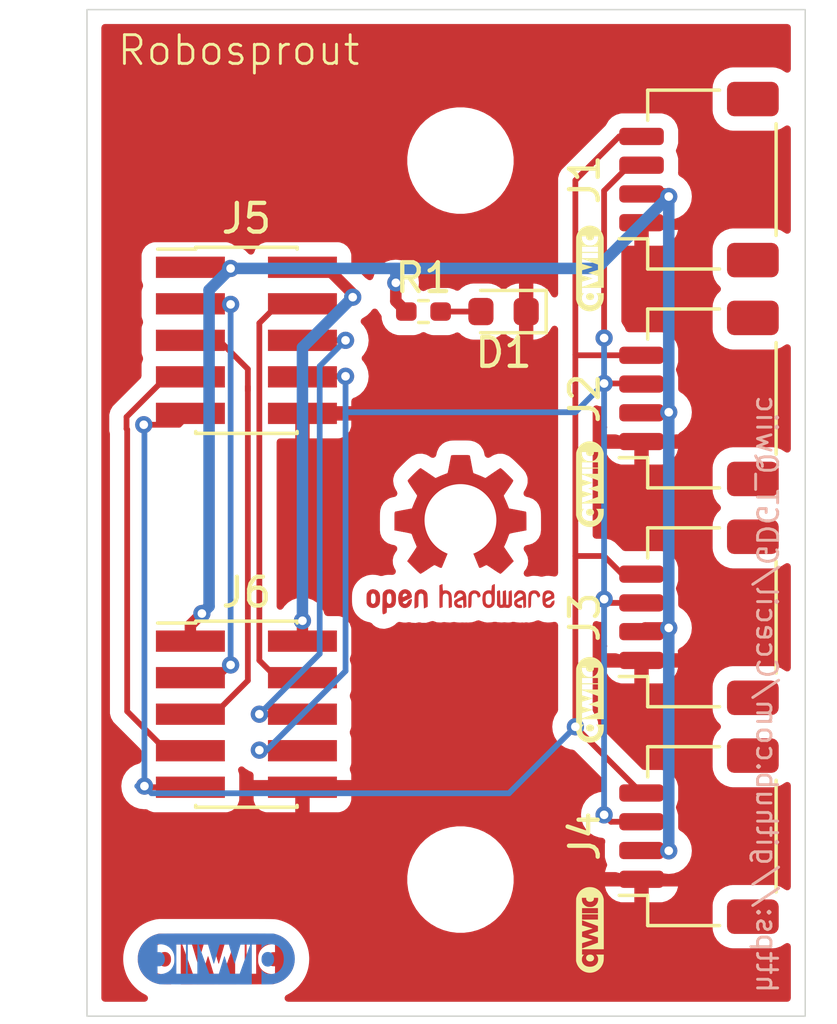
<source format=kicad_pcb>
(kicad_pcb (version 20240108) (generator "pcbnew") (generator_version "8.0")
  (layers (0 "F.Cu" signal) (31 "B.Cu" signal) (34 "B.Paste" user) (35 "F.Paste" user) (36 "B.SilkS" user "B.Silkscreen") (37 "F.SilkS" user "F.Silkscreen") (38 "B.Mask" user) (39 "F.Mask" user) (44 "Edge.Cuts" user))
  (net 0 "")
  (net 1 "Net-(D1-A)")
  (net 2 "GND")
  (net 3 "+3V3")
  (net 4 "SCL")
  (net 5 "SDA")
  (net 6 "P7")
  (net 7 "+5V")
  (net 8 "P4")
  (net 9 "P6")
  (net 10 "P5")
  (net 11 "P3")
  (footprint "Connector_JST:JST_SH_SM04B-SRSS-TB_1x04-1MP_P1.00mm_Horizontal" (layer "F.Cu") (at 118.3025 69.91 90)
    (property "Reference" "J1")
    (property "Value" "Conn_01x04_Pin")
  )
  (footprint "SparkFun-Qwiic:qwiic_3mm" (layer "F.Cu") (at 114.5 73 90)
    (property "Reference" "G***" (hide yes))
    (property "Value" "LOGO" (hide yes))
  )
  (footprint "Resistor_SMD:R_0402_1005Metric_Pad0.72x0.64mm_HandSolder" (layer "F.Cu") (at 108.7125 74.5)
    (property "Reference" "R1")
    (property "Value" "1k")
  )
  (footprint "MountingHole:MountingHole_3.2mm_M3" (layer "F.Cu") (at 110 69.25)
    (property "Reference" "H1" (hide yes))
    (property "Value" "MountingHole")
  )
  (footprint "Connector_JST:JST_SH_SM04B-SRSS-TB_1x04-1MP_P1.00mm_Horizontal" (layer "F.Cu") (at 118.3025 77.52 90)
    (property "Reference" "J2")
    (property "Value" "Conn_01x04_Pin")
  )
  (footprint "SparkFun-Qwiic:qwiic_5.5mm_Copper" (layer "F.Cu") (at 101.5 97)
    (property "Reference" "G***" (hide yes))
    (property "Value" "LOGO" (hide yes))
  )
  (footprint "MountingHole:MountingHole_3.2mm_M3" (layer "F.Cu") (at 110 94.25)
    (property "Reference" "H2" (hide yes))
    (property "Value" "MountingHole")
  )
  (footprint "MountingHole:MountingHole_2.5mm" (layer "F.Cu") (at 110 81.75)
    (property "Reference" "H3" (hide yes))
    (property "Value" "MountingHole")
  )
  (footprint "Connector_JST:JST_SH_SM04B-SRSS-TB_1x04-1MP_P1.00mm_Horizontal" (layer "F.Cu") (at 118.3025 92.74 90)
    (property "Reference" "J4")
    (property "Value" "Conn_01x04_Pin")
  )
  (footprint "SparkFun-Qwiic:qwiic_3mm" (layer "F.Cu") (at 114.5 88 90)
    (property "Reference" "G***" (hide yes))
    (property "Value" "LOGO" (hide yes))
  )
  (footprint "Connector_PinHeader_1.27mm:PinHeader_2x05_P1.27mm_Vertical_SMD" (layer "F.Cu") (at 102.55 75.5)
    (property "Reference" "J5")
    (property "Value" "Conn_02x05_Odd_Even")
  )
  (footprint "LED_SMD:LED_0603_1608Metric" (layer "F.Cu") (at 111.5 74.5 180)
    (property "Reference" "D1")
    (property "Value" "LED_Small_Filled")
  )
  (footprint "SparkFun-Qwiic:qwiic_3mm" (layer "F.Cu") (at 114.5 96 90)
    (property "Reference" "G***" (hide yes))
    (property "Value" "LOGO" (hide yes))
  )
  (footprint "Symbol:OSHW-Logo2_7.3x6mm_Copper" (layer "F.Cu") (at 110 82.25)
    (property "Reference" "REF**" (hide yes))
    (property "Value" "OSHW-Logo2_7.3x6mm_Copper" (hide yes))
  )
  (footprint "SparkFun-Qwiic:qwiic_3mm" (layer "F.Cu") (at 114.5 80.5 90)
    (property "Reference" "G***" (hide yes))
    (property "Value" "LOGO" (hide yes))
  )
  (footprint "Connector_JST:JST_SH_SM04B-SRSS-TB_1x04-1MP_P1.00mm_Horizontal" (layer "F.Cu") (at 118.3025 85.13 90)
    (property "Reference" "J3")
    (property "Value" "Conn_01x04_Pin")
  )
  (footprint "Connector_PinHeader_1.27mm:PinHeader_2x05_P1.27mm_Vertical_SMD" (layer "F.Cu") (at 102.55 88.5)
    (property "Reference" "J6")
    (property "Value" "Conn_02x05_Odd_Even")
  )
  (footprint "SparkFun-Qwiic:qwiic_5.5mm_Copper" (layer "B.Cu") (at 101.5 97 180)
    (property "Reference" "G***" (hide yes))
    (property "Value" "LOGO" (hide yes))
  )
  (gr_rect (start 97 64) (end 122 99) (stroke (width 0.05)) (fill none) (layer "Edge.Cuts"))
  (gr_text "https://github.com/Ccecil/GDGT_Qwiic" (at 120.25 98.25 -90) (layer "B.SilkS") (effects (font (size 0.7 0.7) (thickness 0.1)) (justify left bottom mirror)))
  (gr_text "Robosprout" (at 98 66 0) (layer "F.SilkS") (effects (font (size 1 1) (thickness 0.1)) (justify left bottom)))
  (segment (start 109.31 74.5) (end 110.7125 74.5) (width 0.2) (layer "F.Cu") (net 1))
  (segment (start 108.2125 74.5975) (end 108.115 74.5) (width 0.4) (layer "F.Cu") (net 3))
  (segment (start 117.25 85.5) (end 116.4325 85.5) (width 0.4) (layer "F.Cu") (net 3))
  (segment (start 117.25 93.25) (end 116.3125 93.25) (width 0.4) (layer "F.Cu") (net 3))
  (segment (start 101.96 72.96) (end 102 73) (width 0.2) (layer "F.Cu") (net 3))
  (segment (start 100.6 85.4) (end 100.6 85.96) (width 0.4) (layer "F.Cu") (net 3))
  (segment (start 107.75 74.135) (end 108.115 74.5) (width 0.4) (layer "F.Cu") (net 3))
  (segment (start 116.3225 78) (end 116.3025 78.02) (width 0.4) (layer "F.Cu") (net 3))
  (segment (start 116.3125 93.25) (end 116.3025 93.24) (width 0.4) (layer "F.Cu") (net 3))
  (segment (start 116.4325 85.5) (end 116.3025 85.63) (width 0.4) (layer "F.Cu") (net 3))
  (segment (start 101 85) (end 100.6 85.4) (width 0.4) (layer "F.Cu") (net 3))
  (segment (start 117.16 70.41) (end 117.25 70.5) (width 0.4) (layer "F.Cu") (net 3))
  (segment (start 117.25 78) (end 116.3225 78) (width 0.4) (layer "F.Cu") (net 3))
  (segment (start 107.75 73.5) (end 107.75 74.135) (width 0.4) (layer "F.Cu") (net 3))
  (segment (start 116.3025 70.41) (end 117.16 70.41) (width 0.4) (layer "F.Cu") (net 3))
  (segment (start 100.6 72.96) (end 101.96 72.96) (width 0.2) (layer "F.Cu") (net 3))
  (via (at 107.75 73.5) (size 0.6) (drill 0.3) (layers "F.Cu" "B.Cu") (net 3))
  (via (at 117.25 78) (size 0.6) (drill 0.3) (layers "F.Cu" "B.Cu") (net 3))
  (via (at 117.25 93.25) (size 0.6) (drill 0.3) (layers "F.Cu" "B.Cu") (net 3))
  (via (at 117.25 85.5) (size 0.6) (drill 0.3) (layers "F.Cu" "B.Cu") (net 3))
  (via (at 117.25 70.5) (size 0.6) (drill 0.3) (layers "F.Cu" "B.Cu") (net 3))
  (via (at 102 73) (size 0.6) (drill 0.3) (layers "F.Cu" "B.Cu") (net 3))
  (via (at 101 85) (size 0.6) (drill 0.3) (layers "F.Cu" "B.Cu") (net 3))
  (segment (start 102 73) (end 107.75 73) (width 0.4) (layer "B.Cu") (net 3))
  (segment (start 107.75 73) (end 114.75 73) (width 0.4) (layer "B.Cu") (net 3))
  (segment (start 117.25 70.5) (end 117.25 78) (width 0.4) (layer "B.Cu") (net 3))
  (segment (start 114.75 73) (end 117.25 70.5) (width 0.4) (layer "B.Cu") (net 3))
  (segment (start 101 85) (end 101.25 84.75) (width 0.4) (layer "B.Cu") (net 3))
  (segment (start 107.75 73) (end 107.75 73.5) (width 0.4) (layer "B.Cu") (net 3))
  (segment (start 101.25 73.75) (end 102 73) (width 0.4) (layer "B.Cu") (net 3))
  (segment (start 117.25 78) (end 117.25 85.5) (width 0.4) (layer "B.Cu") (net 3))
  (segment (start 117.25 85.5) (end 117.25 93.25) (width 0.4) (layer "B.Cu") (net 3))
  (segment (start 101.25 84.75) (end 101.25 73.75) (width 0.4) (layer "B.Cu") (net 3))
  (segment (start 114 76) (end 114.02 76.02) (width 0.2) (layer "F.Cu") (net 4))
  (segment (start 114 76) (end 114 83) (width 0.2) (layer "F.Cu") (net 4))
  (segment (start 100.204833 78.435167) (end 100.6 78.04) (width 0.2) (layer "F.Cu") (net 4))
  (segment (start 115.63 83.63) (end 116.3025 83.63) (width 0.2) (layer "F.Cu") (net 4))
  (segment (start 114.02 76.02) (end 116.3025 76.02) (width 0.2) (layer "F.Cu") (net 4))
  (segment (start 114 83) (end 114 88.9375) (width 0.2) (layer "F.Cu") (net 4))
  (segment (start 114 83) (end 115 83) (width 0.2) (layer "F.Cu") (net 4))
  (segment (start 100.6 91.04) (end 99.04 91.04) (width 0.2) (layer "F.Cu") (net 4))
  (segment (start 114 69.937501) (end 114 76) (width 0.2) (layer "F.Cu") (net 4))
  (segment (start 116.3025 68.41) (end 115.527501 68.41) (width 0.2) (layer "F.Cu") (net 4))
  (segment (start 115.527501 68.41) (end 114 69.937501) (width 0.2) (layer "F.Cu") (net 4))
  (segment (start 99.04 91.04) (end 99 91) (width 0.2) (layer "F.Cu") (net 4))
  (segment (start 115 83) (end 115.63 83.63) (width 0.2) (layer "F.Cu") (net 4))
  (segment (start 114 88.9375) (end 116.3025 91.24) (width 0.2) (layer "F.Cu") (net 4))
  (segment (start 98.976915 78.435167) (end 100.204833 78.435167) (width 0.2) (layer "F.Cu") (net 4))
  (via (at 98.976915 78.435167) (size 0.6) (drill 0.3) (layers "F.Cu" "B.Cu") (net 4))
  (via (at 114 88.9375) (size 0.6) (drill 0.3) (layers "F.Cu" "B.Cu") (net 4))
  (via (at 99 91) (size 0.6) (drill 0.3) (layers "F.Cu" "B.Cu") (net 4))
  (segment (start 99.25 91.25) (end 111.6875 91.25) (width 0.2) (layer "B.Cu") (net 4))
  (segment (start 98.75 91) (end 99 91) (width 0.2) (layer "B.Cu") (net 4))
  (segment (start 111.6875 91.25) (end 114 88.9375) (width 0.2) (layer "B.Cu") (net 4))
  (segment (start 99 91) (end 99.25 91.25) (width 0.2) (layer "B.Cu") (net 4))
  (segment (start 99 91) (end 99 78.458252) (width 0.2) (layer "B.Cu") (net 4))
  (segment (start 99 78.458252) (end 98.976915 78.435167) (width 0.2) (layer "B.Cu") (net 4))
  (segment (start 115 75.42) (end 115 70.296948) (width 0.2) (layer "F.Cu") (net 5))
  (segment (start 115 77) (end 116.2825 77) (width 0.2) (layer "F.Cu") (net 5))
  (segment (start 104.48 89.75) (end 104.5 89.77) (width 0.2) (layer "F.Cu") (net 5))
  (segment (start 116.2825 77) (end 116.3025 77.02) (width 0.2) (layer "F.Cu") (net 5))
  (segment (start 116.3025 84.63) (end 115.13 84.63) (width 0.2) (layer "F.Cu") (net 5))
  (segment (start 115.24 92.24) (end 115 92) (width 0.2) (layer "F.Cu") (net 5))
  (segment (start 103 89.75) (end 104.48 89.75) (width 0.2) (layer "F.Cu") (net 5))
  (segment (start 116.3025 92.24) (end 115.24 92.24) (width 0.2) (layer "F.Cu") (net 5))
  (segment (start 115.886948 69.41) (end 116.3025 69.41) (width 0.2) (layer "F.Cu") (net 5))
  (segment (start 104.52 76.75) (end 104.5 76.77) (width 0.2) (layer "F.Cu") (net 5))
  (segment (start 115.13 84.63) (end 115 84.5) (width 0.2) (layer "F.Cu") (net 5))
  (segment (start 115 70.296948) (end 115.886948 69.41) (width 0.2) (layer "F.Cu") (net 5))
  (segment (start 106 76.75) (end 104.52 76.75) (width 0.2) (layer "F.Cu") (net 5))
  (via (at 115 84.5) (size 0.6) (drill 0.3) (layers "F.Cu" "B.Cu") (net 5))
  (via (at 106 76.75) (size 0.6) (drill 0.3) (layers "F.Cu" "B.Cu") (net 5))
  (via (at 115 77) (size 0.6) (drill 0.3) (layers "F.Cu" "B.Cu") (net 5))
  (via (at 115 75.42) (size 0.6) (drill 0.3) (layers "F.Cu" "B.Cu") (net 5))
  (via (at 115 92) (size 0.6) (drill 0.3) (layers "F.Cu" "B.Cu") (net 5))
  (via (at 103 89.75) (size 0.6) (drill 0.3) (layers "F.Cu" "B.Cu") (net 5))
  (segment (start 114 78) (end 106 78) (width 0.2) (layer "B.Cu") (net 5))
  (segment (start 103.25 89.75) (end 103 89.75) (width 0.2) (layer "B.Cu") (net 5))
  (segment (start 115 75.42) (end 115 77) (width 0.2) (layer "B.Cu") (net 5))
  (segment (start 115 92) (end 115 84.5) (width 0.2) (layer "B.Cu") (net 5))
  (segment (start 106 78) (end 106 76.75) (width 0.2) (layer "B.Cu") (net 5))
  (segment (start 115 77) (end 114 78) (width 0.2) (layer "B.Cu") (net 5))
  (segment (start 115 84.5) (end 115 77) (width 0.2) (layer "B.Cu") (net 5))
  (segment (start 106 78.25) (end 106 78) (width 0.2) (layer "B.Cu") (net 5))
  (segment (start 106 87) (end 103.25 89.75) (width 0.2) (layer "B.Cu") (net 5))
  (segment (start 106 87) (end 106 78.25) (width 0.2) (layer "B.Cu") (net 5))
  (segment (start 98.4 88.4) (end 99.77 89.77) (width 0.2) (layer "F.Cu") (net 6))
  (segment (start 98.4 78.6) (end 98.4 88.4) (width 0.2) (layer "F.Cu") (net 6))
  (segment (start 98.376915 78.576915) (end 98.4 78.6) (width 0.2) (layer "F.Cu") (net 6))
  (segment (start 99.77 76.77) (end 98.376915 78.163085) (width 0.2) (layer "F.Cu") (net 6))
  (segment (start 98.376915 78.163085) (end 98.376915 78.576915) (width 0.2) (layer "F.Cu") (net 6))
  (segment (start 99.77 89.77) (end 100.6 89.77) (width 0.2) (layer "F.Cu") (net 6))
  (segment (start 100.6 76.77) (end 99.77 76.77) (width 0.2) (layer "F.Cu") (net 6))
  (segment (start 105.33 72.96) (end 106.25 73.88) (width 0.4) (layer "F.Cu") (net 7))
  (segment (start 104.5 72.96) (end 105.33 72.96) (width 0.4) (layer "F.Cu") (net 7))
  (segment (start 104.5 85.96) (end 104.5 85.25) (width 0.4) (layer "F.Cu") (net 7))
  (segment (start 106.25 73.88) (end 106.25 74) (width 0.4) (layer "F.Cu") (net 7))
  (via (at 106.25 74) (size 0.6) (drill 0.3) (layers "F.Cu" "B.Cu") (net 7))
  (via (at 104.5 85.25) (size 0.6) (drill 0.3) (layers "F.Cu" "B.Cu") (net 7))
  (segment (start 104.5 75.75) (end 106.25 74) (width 0.4) (layer "B.Cu") (net 7))
  (segment (start 104.5 85.25) (end 104.5 75.75) (width 0.4) (layer "B.Cu") (net 7))
  (segment (start 103.67 74.23) (end 103 74.9) (width 0.2) (layer "F.Cu") (net 8))
  (segment (start 103.6 87.23) (end 104.5 87.23) (width 0.2) (layer "F.Cu") (net 8))
  (segment (start 104.5 74.23) (end 103.67 74.23) (width 0.2) (layer "F.Cu") (net 8))
  (segment (start 103 86.63) (end 103.6 87.23) (width 0.2) (layer "F.Cu") (net 8))
  (segment (start 103 74.9) (end 103 86.63) (width 0.2) (layer "F.Cu") (net 8))
  (segment (start 106 75.5) (end 104.5 75.5) (width 0.2) (layer "F.Cu") (net 9))
  (segment (start 103 88.5) (end 104.5 88.5) (width 0.2) (layer "F.Cu") (net 9))
  (via (at 103 88.5) (size 0.6) (drill 0.3) (layers "F.Cu" "B.Cu") (net 9))
  (via (at 106 75.5) (size 0.6) (drill 0.3) (layers "F.Cu" "B.Cu") (net 9))
  (segment (start 105.1 86.4) (end 103 88.5) (width 0.2) (layer "B.Cu") (net 9))
  (segment (start 105.1 83.5) (end 105.1 77.76) (width 0.2) (layer "B.Cu") (net 9))
  (segment (start 105.1 77.76) (end 105.1 76.4) (width 0.2) (layer "B.Cu") (net 9))
  (segment (start 105.1 83.5) (end 105.1 86.4) (width 0.2) (layer "B.Cu") (net 9))
  (segment (start 105.1 76.4) (end 106 75.5) (width 0.2) (layer "B.Cu") (net 9))
  (segment (start 101.43 88.5) (end 100.6 88.5) (width 0.2) (layer "F.Cu") (net 10))
  (segment (start 100.6 75.5) (end 101.6 75.5) (width 0.2) (layer "F.Cu") (net 10))
  (segment (start 101.6 75.5) (end 102.6 76.5) (width 0.2) (layer "F.Cu") (net 10))
  (segment (start 102.6 87.33) (end 101.43 88.5) (width 0.2) (layer "F.Cu") (net 10))
  (segment (start 102.6 77.1) (end 102.6 87.33) (width 0.2) (layer "F.Cu") (net 10))
  (segment (start 102.6 76.5) (end 102.6 77.25) (width 0.2) (layer "F.Cu") (net 10))
  (segment (start 100.62 74.25) (end 100.6 74.23) (width 0.2) (layer "F.Cu") (net 11))
  (segment (start 102 74.25) (end 100.62 74.25) (width 0.2) (layer "F.Cu") (net 11))
  (segment (start 100.6 87.23) (end 101.558259 87.23) (width 0.2) (layer "F.Cu") (net 11))
  (segment (start 101.558259 87.23) (end 102 86.788259) (width 0.2) (layer "F.Cu") (net 11))
  (via (at 102 86.788259) (size 0.6) (drill 0.3) (layers "F.Cu" "B.Cu") (net 11))
  (via (at 102 74.25) (size 0.6) (drill 0.3) (layers "F.Cu" "B.Cu") (net 11))
  (segment (start 102 86.788259) (end 102 74.25) (width 0.2) (layer "B.Cu") (net 11))
  (zone (net 2) (net_name "GND") (layers "F.Cu" "B.Cu") (connect_pads (clearance 0.5)) (min_thickness 0.25) (fill yes (thermal_gap 0.5) (thermal_bridge_width 0.5))
    (polygon (pts (xy 97 64) (xy 122 64) (xy 122 99) (xy 97 99)))
  )
)
</source>
